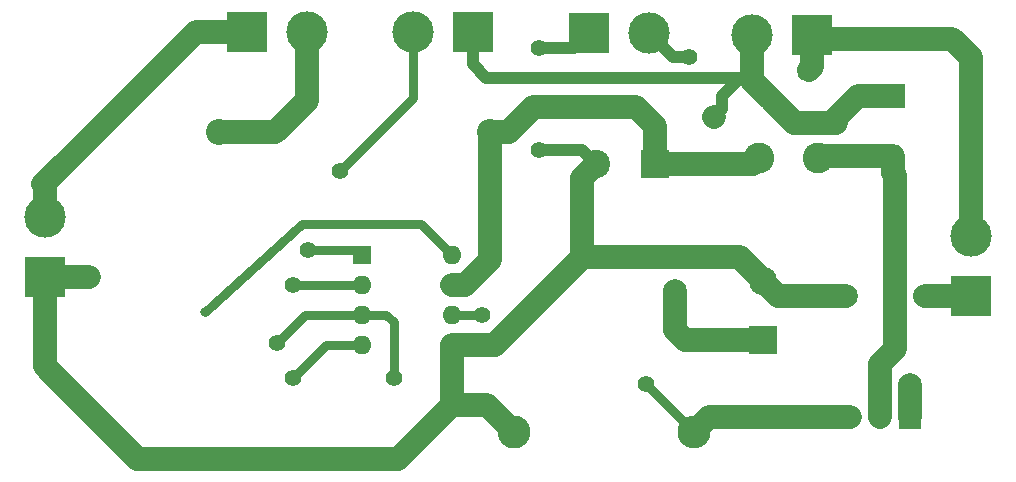
<source format=gbr>
G04 #@! TF.GenerationSoftware,KiCad,Pcbnew,(5.0.2)-1*
G04 #@! TF.CreationDate,2021-12-13T13:30:45+03:00*
G04 #@! TF.ProjectId,tasarim,74617361-7269-46d2-9e6b-696361645f70,rev?*
G04 #@! TF.SameCoordinates,Original*
G04 #@! TF.FileFunction,Copper,L2,Bot*
G04 #@! TF.FilePolarity,Positive*
%FSLAX46Y46*%
G04 Gerber Fmt 4.6, Leading zero omitted, Abs format (unit mm)*
G04 Created by KiCad (PCBNEW (5.0.2)-1) date 13.12.2021 13:30:45*
%MOMM*%
%LPD*%
G01*
G04 APERTURE LIST*
G04 #@! TA.AperFunction,ComponentPad*
%ADD10R,1.600000X1.600000*%
G04 #@! TD*
G04 #@! TA.AperFunction,ComponentPad*
%ADD11O,1.600000X1.600000*%
G04 #@! TD*
G04 #@! TA.AperFunction,ComponentPad*
%ADD12C,2.400000*%
G04 #@! TD*
G04 #@! TA.AperFunction,ComponentPad*
%ADD13R,2.400000X2.400000*%
G04 #@! TD*
G04 #@! TA.AperFunction,ComponentPad*
%ADD14R,2.000000X2.000000*%
G04 #@! TD*
G04 #@! TA.AperFunction,ComponentPad*
%ADD15O,2.000000X2.000000*%
G04 #@! TD*
G04 #@! TA.AperFunction,ComponentPad*
%ADD16C,2.200000*%
G04 #@! TD*
G04 #@! TA.AperFunction,ComponentPad*
%ADD17C,3.500120*%
G04 #@! TD*
G04 #@! TA.AperFunction,ComponentPad*
%ADD18R,3.500120X3.500120*%
G04 #@! TD*
G04 #@! TA.AperFunction,ComponentPad*
%ADD19C,2.600000*%
G04 #@! TD*
G04 #@! TA.AperFunction,ComponentPad*
%ADD20R,1.905000X2.000000*%
G04 #@! TD*
G04 #@! TA.AperFunction,ComponentPad*
%ADD21O,1.905000X2.000000*%
G04 #@! TD*
G04 #@! TA.AperFunction,ComponentPad*
%ADD22C,2.800000*%
G04 #@! TD*
G04 #@! TA.AperFunction,ComponentPad*
%ADD23O,2.800000X2.800000*%
G04 #@! TD*
G04 #@! TA.AperFunction,ViaPad*
%ADD24C,2.000000*%
G04 #@! TD*
G04 #@! TA.AperFunction,ViaPad*
%ADD25C,1.400000*%
G04 #@! TD*
G04 #@! TA.AperFunction,ViaPad*
%ADD26C,0.800000*%
G04 #@! TD*
G04 #@! TA.AperFunction,Conductor*
%ADD27C,2.000000*%
G04 #@! TD*
G04 #@! TA.AperFunction,Conductor*
%ADD28C,1.000000*%
G04 #@! TD*
G04 #@! TA.AperFunction,Conductor*
%ADD29C,0.750000*%
G04 #@! TD*
G04 #@! TA.AperFunction,Conductor*
%ADD30C,0.800000*%
G04 #@! TD*
G04 APERTURE END LIST*
D10*
G04 #@! TO.P,U1,1*
G04 #@! TO.N,Net-(C2-Pad1)*
X149860000Y-96520000D03*
D11*
G04 #@! TO.P,U1,5*
G04 #@! TO.N,GNDREF*
X157480000Y-104140000D03*
G04 #@! TO.P,U1,2*
G04 #@! TO.N,Net-(R1-Pad1)*
X149860000Y-99060000D03*
G04 #@! TO.P,U1,6*
G04 #@! TO.N,Net-(R7-Pad2)*
X157480000Y-101600000D03*
G04 #@! TO.P,U1,3*
G04 #@! TO.N,Net-(C5-Pad1)*
X149860000Y-101600000D03*
G04 #@! TO.P,U1,7*
G04 #@! TO.N,Net-(C4-Pad1)*
X157480000Y-99060000D03*
G04 #@! TO.P,U1,4*
G04 #@! TO.N,Net-(C3-Pad1)*
X149860000Y-104140000D03*
G04 #@! TO.P,U1,8*
G04 #@! TO.N,Net-(C1-Pad1)*
X157480000Y-96520000D03*
G04 #@! TD*
D12*
G04 #@! TO.P,C4,2*
G04 #@! TO.N,GNDREF*
X169688500Y-88836500D03*
D13*
G04 #@! TO.P,C4,1*
G04 #@! TO.N,Net-(C4-Pad1)*
X174688500Y-88836500D03*
G04 #@! TD*
G04 #@! TO.P,C6,1*
G04 #@! TO.N,Net-(C6-Pad1)*
X183832500Y-103759000D03*
D12*
G04 #@! TO.P,C6,2*
G04 #@! TO.N,GNDREF*
X183832500Y-98759000D03*
G04 #@! TD*
D14*
G04 #@! TO.P,D1,1*
G04 #@! TO.N,Net-(C6-Pad1)*
X194818000Y-83121500D03*
D15*
G04 #@! TO.P,D1,2*
G04 #@! TO.N,Net-(D1-Pad2)*
X194818000Y-88201500D03*
G04 #@! TD*
D16*
G04 #@! TO.P,F1,1*
G04 #@! TO.N,Net-(C4-Pad1)*
X160718500Y-86106000D03*
G04 #@! TO.P,F1,2*
G04 #@! TO.N,Net-(F1-Pad2)*
X137718500Y-86106000D03*
G04 #@! TD*
D17*
G04 #@! TO.P,,2*
G04 #@! TO.N,Net-(J1-Pad2)*
X122999500Y-93345000D03*
D18*
G04 #@! TO.P,,1*
G04 #@! TO.N,GNDREF*
X122999500Y-98425000D03*
G04 #@! TD*
G04 #@! TO.P,,1*
G04 #@! TO.N,Net-(J1-Pad2)*
X140081000Y-77660500D03*
D17*
G04 #@! TO.P,,2*
G04 #@! TO.N,Net-(F1-Pad2)*
X145161000Y-77660500D03*
G04 #@! TD*
G04 #@! TO.P,Potansiyometre,2*
G04 #@! TO.N,Net-(J3-Pad2)*
X154178000Y-77660500D03*
D18*
G04 #@! TO.P,Potansiyometre,1*
G04 #@! TO.N,Net-(C6-Pad1)*
X159258000Y-77660500D03*
G04 #@! TD*
G04 #@! TO.P,Ak\0131m \00D6.,1*
G04 #@! TO.N,Net-(J4-Pad1)*
X187960000Y-77914500D03*
D17*
G04 #@! TO.P,Ak\0131m \00D6.,2*
G04 #@! TO.N,Net-(C6-Pad1)*
X182880000Y-77914500D03*
G04 #@! TD*
G04 #@! TO.P,Gerilim \00D6.,2*
G04 #@! TO.N,Net-(J4-Pad1)*
X174117000Y-77724000D03*
D18*
G04 #@! TO.P,Gerilim \00D6.,1*
G04 #@! TO.N,GNDREF*
X169037000Y-77724000D03*
G04 #@! TD*
G04 #@! TO.P,,1*
G04 #@! TO.N,GNDREF*
X201422000Y-100012500D03*
D17*
G04 #@! TO.P,,2*
G04 #@! TO.N,Net-(J4-Pad1)*
X201422000Y-94932500D03*
G04 #@! TD*
D19*
G04 #@! TO.P,L1,1*
G04 #@! TO.N,Net-(C4-Pad1)*
X183451500Y-88328500D03*
G04 #@! TO.P,L1,2*
G04 #@! TO.N,Net-(D1-Pad2)*
X188451500Y-88328500D03*
G04 #@! TD*
D20*
G04 #@! TO.P,Q1,1*
G04 #@! TO.N,Net-(Q1-Pad1)*
X196215000Y-110236000D03*
D21*
G04 #@! TO.P,Q1,2*
G04 #@! TO.N,Net-(D1-Pad2)*
X193675000Y-110236000D03*
G04 #@! TO.P,Q1,3*
G04 #@! TO.N,Net-(Q1-Pad3)*
X191135000Y-110236000D03*
G04 #@! TD*
D22*
G04 #@! TO.P,R9,1*
G04 #@! TO.N,GNDREF*
X162687000Y-111506000D03*
D23*
G04 #@! TO.P,R9,2*
G04 #@! TO.N,Net-(Q1-Pad3)*
X177927000Y-111506000D03*
G04 #@! TD*
D24*
G04 #@! TO.N,GNDREF*
X157480000Y-109220000D03*
X168488501Y-96750999D03*
X190817500Y-100012500D03*
X197548500Y-100012500D03*
X197548500Y-100012500D03*
D25*
X164846000Y-87630000D03*
X164846000Y-78994000D03*
X126746000Y-98425000D03*
D26*
G04 #@! TO.N,Net-(C1-Pad1)*
X136525000Y-101371400D03*
D25*
G04 #@! TO.N,Net-(C2-Pad1)*
X145288000Y-96085000D03*
G04 #@! TO.N,Net-(C3-Pad1)*
X144018000Y-106934000D03*
G04 #@! TO.N,Net-(C5-Pad1)*
X142621000Y-104013000D03*
X152536347Y-106934000D03*
D24*
G04 #@! TO.N,Net-(C6-Pad1)*
X176339500Y-99568000D03*
D25*
X179641500Y-84899500D03*
G04 #@! TO.N,Net-(J3-Pad2)*
X148018500Y-89408000D03*
G04 #@! TO.N,Net-(J4-Pad1)*
X187471560Y-81153000D03*
X177546000Y-79756000D03*
D24*
G04 #@! TO.N,Net-(Q1-Pad1)*
X196215000Y-107569000D03*
D25*
G04 #@! TO.N,Net-(Q1-Pad3)*
X173863000Y-107442000D03*
G04 #@! TO.N,Net-(R1-Pad1)*
X144018000Y-99060000D03*
G04 #@! TO.N,Net-(R7-Pad2)*
X160020000Y-101600000D03*
G04 #@! TD*
D27*
G04 #@! TO.N,GNDREF*
X168488501Y-90036499D02*
X168488501Y-96750999D01*
X169688500Y-88836500D02*
X168488501Y-90036499D01*
X168488501Y-96750999D02*
X161099500Y-104140000D01*
X181824499Y-96750999D02*
X183832500Y-98759000D01*
X168488501Y-96750999D02*
X181824499Y-96750999D01*
X122999500Y-98425000D02*
X126746000Y-98425000D01*
X146812000Y-113792000D02*
X147828000Y-113792000D01*
X146812000Y-113792000D02*
X152908000Y-113792000D01*
X152908000Y-113792000D02*
X157480000Y-109220000D01*
X157480000Y-109220000D02*
X157480000Y-109220000D01*
X157480000Y-109220000D02*
X157480000Y-109220000D01*
X160401000Y-109220000D02*
X162687000Y-111506000D01*
X157480000Y-109220000D02*
X160401000Y-109220000D01*
X157480000Y-109220000D02*
X157480000Y-104140000D01*
X157480000Y-104140000D02*
X158611370Y-104140000D01*
X161099500Y-104140000D02*
X161099500Y-104140000D01*
X158611370Y-104140000D02*
X161099500Y-104140000D01*
X190817500Y-100012500D02*
X190817500Y-100012500D01*
X185086000Y-100012500D02*
X183832500Y-98759000D01*
X190817500Y-100012500D02*
X185086000Y-100012500D01*
X197548500Y-100012500D02*
X197548500Y-100012500D01*
X197548500Y-100012500D02*
X197548500Y-100012500D01*
X197548500Y-100012500D02*
X201422000Y-100012500D01*
D28*
X168488501Y-87636501D02*
X167138501Y-87636501D01*
X169688500Y-88836500D02*
X168488501Y-87636501D01*
X167138501Y-87636501D02*
X164846000Y-87630000D01*
X164846000Y-78994000D02*
X164846000Y-78994000D01*
X164846000Y-78994000D02*
X167767000Y-78994000D01*
D27*
X126746000Y-98425000D02*
X126749560Y-98425000D01*
X130810000Y-113792000D02*
X146812000Y-113792000D01*
X122999500Y-98425000D02*
X122999500Y-105981500D01*
X122999500Y-105981500D02*
X130810000Y-113792000D01*
D29*
G04 #@! TO.N,Net-(C1-Pad1)*
X154838400Y-93878400D02*
X157480000Y-96520000D01*
X136525000Y-101371400D02*
X144729200Y-93878400D01*
X144729200Y-93878400D02*
X154838400Y-93878400D01*
G04 #@! TO.N,Net-(C2-Pad1)*
X145288000Y-96085000D02*
X149425000Y-96085000D01*
G04 #@! TO.N,Net-(C3-Pad1)*
X144018000Y-106934000D02*
X146812000Y-104140000D01*
X146812000Y-104140000D02*
X149860000Y-104140000D01*
D27*
G04 #@! TO.N,Net-(C4-Pad1)*
X157480000Y-99060000D02*
X158611370Y-99060000D01*
X160718500Y-96952870D02*
X160718500Y-86106000D01*
X158611370Y-99060000D02*
X160718500Y-96952870D01*
X162274134Y-86106000D02*
X164369634Y-84010500D01*
X160718500Y-86106000D02*
X162274134Y-86106000D01*
X174688500Y-85636500D02*
X174688500Y-88836500D01*
X173062500Y-84010500D02*
X174688500Y-85636500D01*
X164369634Y-84010500D02*
X173062500Y-84010500D01*
X182943500Y-88836500D02*
X183451500Y-88328500D01*
X174688500Y-88836500D02*
X182943500Y-88836500D01*
D29*
G04 #@! TO.N,Net-(C5-Pad1)*
X142621000Y-104013000D02*
X145034000Y-101600000D01*
X145034000Y-101600000D02*
X149860000Y-101600000D01*
X151892000Y-101600000D02*
X149860000Y-101600000D01*
X152536347Y-102244347D02*
X151892000Y-101600000D01*
X152536347Y-106934000D02*
X152536347Y-102244347D01*
D27*
G04 #@! TO.N,Net-(C6-Pad1)*
X182880000Y-81534000D02*
X182880000Y-78232000D01*
X191818000Y-83121500D02*
X190802000Y-84137500D01*
X194818000Y-83121500D02*
X191818000Y-83121500D01*
X179641500Y-84899500D02*
X179641500Y-84899500D01*
X176339500Y-99568000D02*
X176339500Y-99568000D01*
X176339500Y-99568000D02*
X176339500Y-102933500D01*
X177165000Y-103759000D02*
X183832500Y-103759000D01*
X176339500Y-102933500D02*
X177165000Y-103759000D01*
X182880000Y-81788000D02*
X184467500Y-83375500D01*
X184467500Y-83375500D02*
X186436000Y-85344000D01*
X186436000Y-85344000D02*
X189992000Y-85344000D01*
X189992000Y-84947500D02*
X191818000Y-83121500D01*
D28*
X159258000Y-80410560D02*
X159258000Y-77660500D01*
X160381440Y-81534000D02*
X159258000Y-80410560D01*
X180341499Y-83056501D02*
X181864000Y-81534000D01*
X180341499Y-84199501D02*
X180341499Y-83056501D01*
X179641500Y-84899500D02*
X180341499Y-84199501D01*
X181864000Y-81534000D02*
X173482000Y-81534000D01*
X173482000Y-81534000D02*
X160381440Y-81534000D01*
D29*
X181864000Y-81534000D02*
X182880000Y-81534000D01*
D27*
G04 #@! TO.N,Net-(D1-Pad2)*
X194818000Y-88201500D02*
X188578500Y-88201500D01*
X193675000Y-105791000D02*
X193675000Y-110236000D01*
X194945000Y-104521000D02*
X193675000Y-105791000D01*
X194945000Y-89742713D02*
X194945000Y-104521000D01*
X194818000Y-88201500D02*
X194818000Y-89615713D01*
G04 #@! TO.N,Net-(F1-Pad2)*
X145161000Y-77660500D02*
X145161000Y-83502500D01*
X145161000Y-83502500D02*
X142494000Y-86169500D01*
X142430500Y-86106000D02*
X137718500Y-86106000D01*
X142494000Y-86169500D02*
X142430500Y-86106000D01*
G04 #@! TO.N,Net-(J1-Pad2)*
X135763000Y-77660500D02*
X140081000Y-77660500D01*
X122999500Y-90424000D02*
X124587000Y-88836500D01*
X122999500Y-93345000D02*
X122999500Y-90424000D01*
X122872500Y-90551000D02*
X124587000Y-88836500D01*
X124587000Y-88836500D02*
X135763000Y-77660500D01*
D29*
G04 #@! TO.N,Net-(J3-Pad2)*
X154178000Y-83248500D02*
X154178000Y-77660500D01*
X148018500Y-89408000D02*
X154178000Y-83248500D01*
D27*
G04 #@! TO.N,Net-(J4-Pad1)*
X201422000Y-79819500D02*
X201422000Y-94932500D01*
X187960000Y-78232000D02*
X199834500Y-78232000D01*
X199834500Y-78232000D02*
X201422000Y-79819500D01*
D28*
X187471560Y-81153000D02*
X187471560Y-81153000D01*
D27*
X187960000Y-80664560D02*
X187703070Y-80921490D01*
X187960000Y-77914500D02*
X187960000Y-80664560D01*
D28*
X177546000Y-79756000D02*
X177546000Y-79756000D01*
X176149000Y-79756000D02*
X174117000Y-77724000D01*
X177546000Y-79756000D02*
X176149000Y-79756000D01*
D30*
G04 #@! TO.N,Net-(Q1-Pad1)*
X195961000Y-107315000D02*
X196215000Y-107569000D01*
X196215000Y-107569000D02*
X195961000Y-107315000D01*
D27*
X196215000Y-107569000D02*
X196215000Y-110236000D01*
G04 #@! TO.N,Net-(Q1-Pad3)*
X179197000Y-110236000D02*
X177927000Y-111506000D01*
X191135000Y-110236000D02*
X179197000Y-110236000D01*
D30*
X177927000Y-111506000D02*
X173863000Y-107442000D01*
D29*
G04 #@! TO.N,Net-(R1-Pad1)*
X144018000Y-99060000D02*
X149860000Y-99060000D01*
G04 #@! TO.N,Net-(R7-Pad2)*
X157480000Y-101600000D02*
X160020000Y-101600000D01*
G04 #@! TD*
M02*

</source>
